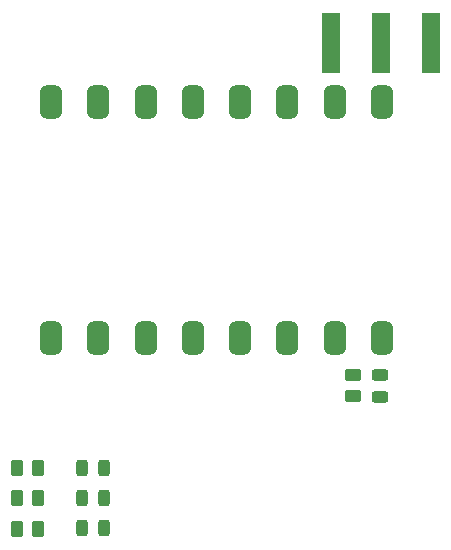
<source format=gbr>
%TF.GenerationSoftware,KiCad,Pcbnew,8.0.3*%
%TF.CreationDate,2024-09-25T15:44:19-04:00*%
%TF.ProjectId,RF4463F30-test-board,52463434-3633-4463-9330-2d746573742d,rev?*%
%TF.SameCoordinates,Original*%
%TF.FileFunction,Paste,Top*%
%TF.FilePolarity,Positive*%
%FSLAX46Y46*%
G04 Gerber Fmt 4.6, Leading zero omitted, Abs format (unit mm)*
G04 Created by KiCad (PCBNEW 8.0.3) date 2024-09-25 15:44:19*
%MOMM*%
%LPD*%
G01*
G04 APERTURE LIST*
G04 Aperture macros list*
%AMRoundRect*
0 Rectangle with rounded corners*
0 $1 Rounding radius*
0 $2 $3 $4 $5 $6 $7 $8 $9 X,Y pos of 4 corners*
0 Add a 4 corners polygon primitive as box body*
4,1,4,$2,$3,$4,$5,$6,$7,$8,$9,$2,$3,0*
0 Add four circle primitives for the rounded corners*
1,1,$1+$1,$2,$3*
1,1,$1+$1,$4,$5*
1,1,$1+$1,$6,$7*
1,1,$1+$1,$8,$9*
0 Add four rect primitives between the rounded corners*
20,1,$1+$1,$2,$3,$4,$5,0*
20,1,$1+$1,$4,$5,$6,$7,0*
20,1,$1+$1,$6,$7,$8,$9,0*
20,1,$1+$1,$8,$9,$2,$3,0*%
G04 Aperture macros list end*
%ADD10RoundRect,0.450000X-0.450000X0.950000X-0.450000X-0.950000X0.450000X-0.950000X0.450000X0.950000X0*%
%ADD11RoundRect,0.250000X0.262500X0.450000X-0.262500X0.450000X-0.262500X-0.450000X0.262500X-0.450000X0*%
%ADD12RoundRect,0.243750X0.243750X0.456250X-0.243750X0.456250X-0.243750X-0.456250X0.243750X-0.456250X0*%
%ADD13R,1.500000X5.080000*%
%ADD14RoundRect,0.250000X0.450000X-0.262500X0.450000X0.262500X-0.450000X0.262500X-0.450000X-0.262500X0*%
%ADD15RoundRect,0.243750X-0.456250X0.243750X-0.456250X-0.243750X0.456250X-0.243750X0.456250X0.243750X0*%
G04 APERTURE END LIST*
D10*
%TO.C,RF4463F1*%
X167600000Y-104600000D03*
X163600000Y-104600000D03*
X159600000Y-104600000D03*
X155600000Y-104600000D03*
X151600000Y-104600000D03*
X147600000Y-104600000D03*
X143600000Y-104600000D03*
X139600000Y-104600000D03*
X139600000Y-84600000D03*
X143600000Y-84600000D03*
X147600000Y-84600000D03*
X151600000Y-84600000D03*
X155600000Y-84600000D03*
X159600000Y-84600000D03*
X163600000Y-84600000D03*
X167600000Y-84600000D03*
%TD*%
D11*
%TO.C,R2*%
X138525000Y-118200000D03*
X136700000Y-118200000D03*
%TD*%
%TO.C,R3*%
X138525000Y-120750000D03*
X136700000Y-120750000D03*
%TD*%
D12*
%TO.C,D2*%
X144075000Y-118150000D03*
X142200000Y-118150000D03*
%TD*%
D13*
%TO.C,ANT1*%
X167550000Y-79600000D03*
X163300000Y-79600000D03*
X171800000Y-79600000D03*
%TD*%
D11*
%TO.C,R1*%
X138525000Y-115650000D03*
X136700000Y-115650000D03*
%TD*%
D12*
%TO.C,D3*%
X144100000Y-120700000D03*
X142225000Y-120700000D03*
%TD*%
%TO.C,D1*%
X144087500Y-115600000D03*
X142212500Y-115600000D03*
%TD*%
D14*
%TO.C,R4*%
X165150000Y-109550000D03*
X165150000Y-107725000D03*
%TD*%
D15*
%TO.C,D4*%
X167450000Y-107725000D03*
X167450000Y-109600000D03*
%TD*%
M02*

</source>
